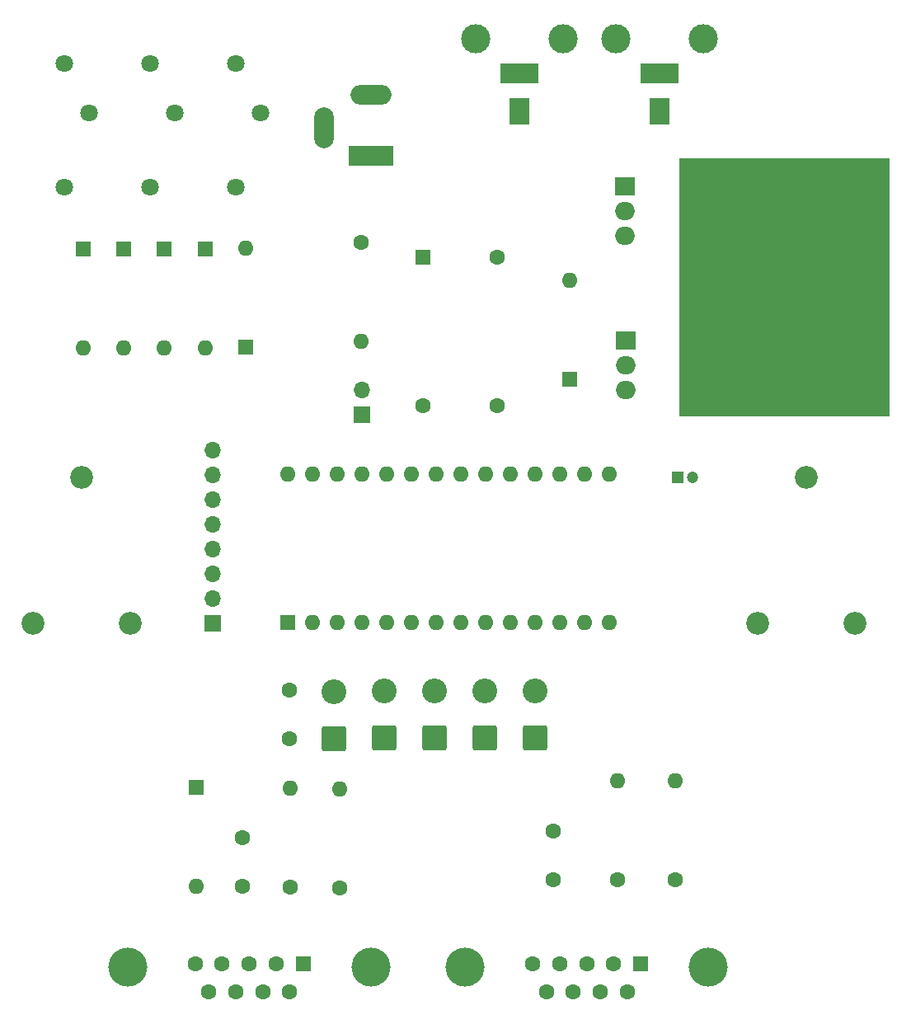
<source format=gbr>
%TF.GenerationSoftware,KiCad,Pcbnew,7.0.11*%
%TF.CreationDate,2025-01-18T22:08:42+03:00*%
%TF.ProjectId,Pong,506f6e67-2e6b-4696-9361-645f70636258,rev?*%
%TF.SameCoordinates,Original*%
%TF.FileFunction,Soldermask,Top*%
%TF.FilePolarity,Negative*%
%FSLAX46Y46*%
G04 Gerber Fmt 4.6, Leading zero omitted, Abs format (unit mm)*
G04 Created by KiCad (PCBNEW 7.0.11) date 2025-01-18 22:08:42*
%MOMM*%
%LPD*%
G01*
G04 APERTURE LIST*
G04 Aperture macros list*
%AMRoundRect*
0 Rectangle with rounded corners*
0 $1 Rounding radius*
0 $2 $3 $4 $5 $6 $7 $8 $9 X,Y pos of 4 corners*
0 Add a 4 corners polygon primitive as box body*
4,1,4,$2,$3,$4,$5,$6,$7,$8,$9,$2,$3,0*
0 Add four circle primitives for the rounded corners*
1,1,$1+$1,$2,$3*
1,1,$1+$1,$4,$5*
1,1,$1+$1,$6,$7*
1,1,$1+$1,$8,$9*
0 Add four rect primitives between the rounded corners*
20,1,$1+$1,$2,$3,$4,$5,0*
20,1,$1+$1,$4,$5,$6,$7,0*
20,1,$1+$1,$6,$7,$8,$9,0*
20,1,$1+$1,$8,$9,$2,$3,0*%
G04 Aperture macros list end*
%ADD10C,0.100000*%
%ADD11C,1.800000*%
%ADD12R,1.600000X1.600000*%
%ADD13O,1.600000X1.600000*%
%ADD14R,4.600000X2.000000*%
%ADD15O,4.200000X2.000000*%
%ADD16O,2.000000X4.200000*%
%ADD17C,4.000000*%
%ADD18C,1.600000*%
%ADD19RoundRect,0.249999X1.025001X-1.025001X1.025001X1.025001X-1.025001X1.025001X-1.025001X-1.025001X0*%
%ADD20C,2.550000*%
%ADD21R,1.700000X1.700000*%
%ADD22O,1.700000X1.700000*%
%ADD23C,3.000000*%
%ADD24R,2.000000X2.700000*%
%ADD25R,4.000000X2.000000*%
%ADD26R,1.200000X1.200000*%
%ADD27C,1.200000*%
%ADD28R,2.000000X1.905000*%
%ADD29O,2.000000X1.905000*%
%ADD30C,2.340000*%
G04 APERTURE END LIST*
D10*
X170281600Y-52247800D02*
X191820800Y-52247800D01*
X191820800Y-78714600D01*
X170281600Y-78714600D01*
X170281600Y-52247800D01*
G36*
X170281600Y-52247800D02*
G01*
X191820800Y-52247800D01*
X191820800Y-78714600D01*
X170281600Y-78714600D01*
X170281600Y-52247800D01*
G37*
D11*
%TO.C,RV3*%
X124734400Y-55256400D03*
X127274400Y-47636400D03*
X124734400Y-42556400D03*
%TD*%
D12*
%TO.C,D6*%
X113214200Y-61569600D03*
D13*
X113214200Y-71729600D03*
%TD*%
D14*
%TO.C,J3*%
X138622800Y-52019200D03*
D15*
X138622800Y-45719200D03*
D16*
X133822800Y-49119200D03*
%TD*%
D12*
%TO.C,D4*%
X121558100Y-61569600D03*
D13*
X121558100Y-71729600D03*
%TD*%
D17*
%TO.C,J1*%
X148266600Y-135334100D03*
X173266600Y-135334100D03*
D12*
X166306600Y-135034100D03*
D18*
X163536600Y-135034100D03*
X160766600Y-135034100D03*
X157996600Y-135034100D03*
X155226600Y-135034100D03*
X164921600Y-137874100D03*
X162151600Y-137874100D03*
X159381600Y-137874100D03*
X156611600Y-137874100D03*
%TD*%
%TO.C,C1*%
X125424600Y-122064500D03*
X125424600Y-127064500D03*
%TD*%
D12*
%TO.C,D3*%
X125730000Y-71653400D03*
D13*
X125730000Y-61493400D03*
%TD*%
D12*
%TO.C,D2*%
X159004000Y-74955400D03*
D13*
X159004000Y-64795400D03*
%TD*%
D18*
%TO.C,C2*%
X157352400Y-121327900D03*
X157352400Y-126327900D03*
%TD*%
D17*
%TO.C,J2*%
X113599800Y-135334100D03*
X138599800Y-135334100D03*
D12*
X131639800Y-135034100D03*
D18*
X128869800Y-135034100D03*
X126099800Y-135034100D03*
X123329800Y-135034100D03*
X120559800Y-135034100D03*
X130254800Y-137874100D03*
X127484800Y-137874100D03*
X124714800Y-137874100D03*
X121944800Y-137874100D03*
%TD*%
D12*
%TO.C,X1*%
X143941800Y-62433200D03*
D18*
X143941800Y-77673200D03*
X151561800Y-77673200D03*
X151561800Y-62433200D03*
%TD*%
D19*
%TO.C,SW2*%
X139970100Y-111810200D03*
D20*
X139970100Y-107010200D03*
%TD*%
D11*
%TO.C,RV5*%
X107157600Y-55256400D03*
X109697600Y-47636400D03*
X107157600Y-42556400D03*
%TD*%
D12*
%TO.C,D8*%
X120700200Y-116842900D03*
D13*
X120700200Y-127002900D03*
%TD*%
D19*
%TO.C,SW4*%
X150301100Y-111810800D03*
D20*
X150301100Y-107010800D03*
%TD*%
D12*
%TO.C,D5*%
X117386100Y-61569600D03*
D13*
X117386100Y-71729600D03*
%TD*%
D12*
%TO.C,D7*%
X109042200Y-61569600D03*
D13*
X109042200Y-71729600D03*
%TD*%
D18*
%TO.C,R3*%
X130301400Y-127129900D03*
D13*
X130301400Y-116969900D03*
%TD*%
D21*
%TO.C,SW1*%
X122351800Y-100050600D03*
D22*
X122351800Y-97510600D03*
X122351800Y-94970600D03*
X122351800Y-92430600D03*
X122351800Y-89890600D03*
X122351800Y-87350600D03*
X122351800Y-84810600D03*
X122351800Y-82270600D03*
%TD*%
D23*
%TO.C,J6*%
X158347800Y-39972600D03*
X149347800Y-39972600D03*
D24*
X153847800Y-47472600D03*
D25*
X153847800Y-43572600D03*
%TD*%
D26*
%TO.C,C4*%
X170127800Y-85064600D03*
D27*
X171627800Y-85064600D03*
%TD*%
D12*
%TO.C,U2*%
X130083400Y-99928600D03*
D13*
X132623400Y-99928600D03*
X135163400Y-99928600D03*
X137703400Y-99928600D03*
X140243400Y-99928600D03*
X142783400Y-99928600D03*
X145323400Y-99928600D03*
X147863400Y-99928600D03*
X150403400Y-99928600D03*
X152943400Y-99928600D03*
X155483400Y-99928600D03*
X158023400Y-99928600D03*
X160563400Y-99928600D03*
X163103400Y-99928600D03*
X163103400Y-84688600D03*
X160563400Y-84688600D03*
X158023400Y-84688600D03*
X155483400Y-84688600D03*
X152943400Y-84688600D03*
X150403400Y-84688600D03*
X147863400Y-84688600D03*
X145323400Y-84688600D03*
X142783400Y-84688600D03*
X140243400Y-84688600D03*
X137703400Y-84688600D03*
X135163400Y-84688600D03*
X132623400Y-84688600D03*
X130083400Y-84688600D03*
%TD*%
D18*
%TO.C,R4*%
X163905600Y-126342500D03*
D13*
X163905600Y-116182500D03*
%TD*%
D21*
%TO.C,D1*%
X137693400Y-78613000D03*
D22*
X137693400Y-76073000D03*
%TD*%
D28*
%TO.C,U3*%
X164820600Y-70967600D03*
D29*
X164820600Y-73507600D03*
X164820600Y-76047600D03*
%TD*%
D18*
%TO.C,R1*%
X169874600Y-126342500D03*
D13*
X169874600Y-116182500D03*
%TD*%
D28*
%TO.C,U1*%
X164719000Y-55118000D03*
D29*
X164719000Y-57658000D03*
X164719000Y-60198000D03*
%TD*%
D23*
%TO.C,J5*%
X172749600Y-39972600D03*
X163749600Y-39972600D03*
D24*
X168249600Y-47472600D03*
D25*
X168249600Y-43572600D03*
%TD*%
D19*
%TO.C,SW3*%
X145135600Y-111810800D03*
D20*
X145135600Y-107010800D03*
%TD*%
D30*
%TO.C,RV2*%
X188290200Y-100006800D03*
X183290200Y-85006800D03*
X178290200Y-100006800D03*
%TD*%
D18*
%TO.C,C3*%
X130219000Y-106898400D03*
X130219000Y-111898400D03*
%TD*%
D19*
%TO.C,SW6*%
X134804600Y-111862200D03*
D20*
X134804600Y-107062200D03*
%TD*%
D18*
%TO.C,R2*%
X135406800Y-127206100D03*
D13*
X135406800Y-117046100D03*
%TD*%
D19*
%TO.C,SW5*%
X155466600Y-111810800D03*
D20*
X155466600Y-107010800D03*
%TD*%
D11*
%TO.C,RV4*%
X115946000Y-55256400D03*
X118486000Y-47636400D03*
X115946000Y-42556400D03*
%TD*%
D30*
%TO.C,RV1*%
X113915200Y-100006800D03*
X108915200Y-85006800D03*
X103915200Y-100006800D03*
%TD*%
D18*
%TO.C,R5*%
X137617200Y-60909200D03*
D13*
X137617200Y-71069200D03*
%TD*%
M02*

</source>
